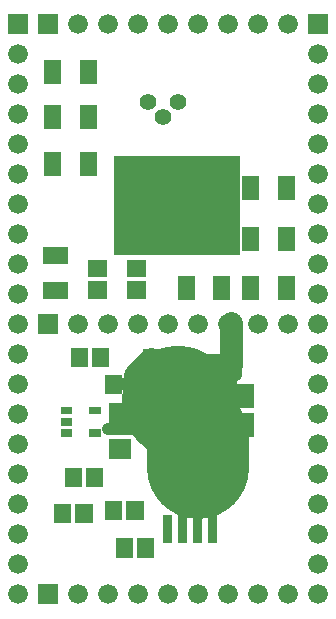
<source format=gts>
G04 start of page 6 for group -4063 idx -4063 *
G04 Title: (unknown), componentmask *
G04 Creator: pcb 20140316 *
G04 CreationDate: Fri 17 Jul 2015 04:35:12 PM GMT UTC *
G04 For: fosse *
G04 Format: Gerber/RS-274X *
G04 PCB-Dimensions (mil): 1250.00 2150.00 *
G04 PCB-Coordinate-Origin: lower left *
%MOIN*%
%FSLAX25Y25*%
%LNTOPMASK*%
%ADD61R,0.0257X0.0257*%
%ADD60R,0.0660X0.0660*%
%ADD59R,0.3300X0.3300*%
%ADD58C,0.1400*%
%ADD57C,0.3400*%
%ADD56C,0.0750*%
%ADD55C,0.0210*%
%ADD54R,0.0572X0.0572*%
%ADD53R,0.1572X0.1572*%
%ADD52C,0.0400*%
%ADD51R,0.0300X0.0300*%
%ADD50R,0.1300X0.1300*%
%ADD49C,0.0560*%
%ADD48C,0.3750*%
%ADD47C,0.1560*%
%ADD46C,0.0001*%
%ADD45C,0.0660*%
G54D45*X110500Y125500D03*
Y115500D03*
Y105500D03*
Y95500D03*
Y85500D03*
X90500Y105500D03*
X100500D03*
X110500Y175500D03*
Y165500D03*
Y155500D03*
Y145500D03*
G54D46*G36*
X107200Y208800D02*Y202200D01*
X113800D01*
Y208800D01*
X107200D01*
G37*
G54D45*X110500Y195500D03*
Y185500D03*
Y135500D03*
X90500Y205500D03*
X100500D03*
X110500Y75500D03*
Y65500D03*
Y55500D03*
Y45500D03*
Y35500D03*
Y25500D03*
Y15500D03*
X80500D03*
X90500D03*
X100500D03*
G54D46*G36*
X17200Y18800D02*Y12200D01*
X23800D01*
Y18800D01*
X17200D01*
G37*
G54D45*X30500Y15500D03*
X40500D03*
X50500D03*
X60500D03*
X70500D03*
X10500Y25500D03*
Y15500D03*
G54D46*G36*
X17200Y108800D02*Y102200D01*
X23800D01*
Y108800D01*
X17200D01*
G37*
G54D45*X30500Y105500D03*
X60500D03*
X70500D03*
X80500D03*
G54D47*X54000Y79500D03*
G54D48*X64000D03*
G54D47*X59000Y74500D03*
G54D45*X10500Y145500D03*
Y135500D03*
Y125500D03*
Y115500D03*
Y105500D03*
Y95500D03*
Y85500D03*
Y75500D03*
Y65500D03*
Y55500D03*
Y45500D03*
Y35500D03*
X40500Y105500D03*
Y205500D03*
X50500Y105500D03*
G54D46*G36*
X17200Y208800D02*Y202200D01*
X23800D01*
Y208800D01*
X17200D01*
G37*
G54D45*X30500Y205500D03*
G54D46*G36*
X7200Y208800D02*Y202200D01*
X13800D01*
Y208800D01*
X7200D01*
G37*
G54D45*X10500Y195500D03*
Y185500D03*
Y175500D03*
Y165500D03*
Y155500D03*
X50500Y205500D03*
X60500D03*
X70500D03*
X80500D03*
G54D49*X54000Y179500D03*
X64000D03*
X59000Y174500D03*
G54D50*X75500Y61000D02*Y54500D01*
G54D51*Y40500D02*Y34000D01*
G54D50*X70500Y61000D02*Y54500D01*
G54D51*X65500Y61000D02*Y54500D01*
X60500Y61000D02*Y54500D01*
G54D52*X64500Y64500D02*X65500Y63500D01*
X56500Y65000D02*X64500D01*
X65500Y63500D02*Y50000D01*
X68500Y47000D02*X78000D01*
X81000Y50000D01*
X65500D02*X68500Y47000D01*
G54D53*X74595Y73181D02*Y70819D01*
G54D54*X86405Y73181D02*Y70819D01*
G54D52*X70500Y67905D02*X74595Y72000D01*
X74604Y81500D02*Y72896D01*
G54D55*X82500Y88500D02*Y63500D01*
G54D54*X86414Y82681D02*Y80319D01*
G54D53*X74604Y82681D02*Y80319D01*
G54D52*X77500Y93500D02*X82500Y88500D01*
X69500Y93500D02*X77500D01*
G54D56*X81500Y106000D02*Y92000D01*
G54D52*X64000Y88000D02*X69500Y93500D01*
X60000Y88000D02*X64000D01*
X83070Y88540D02*X83270Y92040D01*
G54D57*X70500Y67905D02*Y57750D01*
G54D52*X64000Y79500D02*X73500Y70000D01*
G54D58*X64500D02*Y64500D01*
G54D52*X62500Y72000D02*X64500Y70000D01*
X81000Y58500D02*Y50000D01*
Y58500D02*X82500Y60000D01*
Y63500D02*Y60000D01*
G54D54*X22095Y175681D02*Y173319D01*
Y160181D02*Y157819D01*
X33905Y175681D02*Y173319D01*
Y190681D02*Y188319D01*
Y160181D02*Y157819D01*
X22095Y190681D02*Y188319D01*
X66595Y118681D02*Y116319D01*
G54D59*X59000Y145000D02*X68000D01*
G54D54*X21819Y128500D02*X24181D01*
X21819Y116690D02*X24181D01*
X36607Y124043D02*X37393D01*
X36607Y116957D02*X37393D01*
X49607Y124043D02*X50393D01*
X49607Y116957D02*X50393D01*
X88095Y118681D02*Y116319D01*
X99905Y118681D02*Y116319D01*
X78405Y118681D02*Y116319D01*
X88095Y135181D02*Y132819D01*
X99905Y135181D02*Y132819D01*
X88095Y152181D02*Y149819D01*
X99905Y152181D02*Y149819D01*
G54D60*X44000Y64000D02*X45000D01*
G54D61*X35635Y69260D02*X36816D01*
G54D52*X40500Y70500D02*X51000D01*
X54000Y79500D02*X59000Y74500D01*
X49543Y85500D02*X54000Y81043D01*
X51000Y70500D02*X56500Y65000D01*
X42457Y85500D02*X49543D01*
G54D54*X42457Y85893D02*Y85107D01*
X49543Y85893D02*Y85107D01*
G54D56*X49522Y88565D02*Y85522D01*
G54D61*X26187Y76740D02*X27368D01*
G54D54*X30957Y94893D02*Y94107D01*
X54957Y94393D02*Y93607D01*
X38043Y94893D02*Y94107D01*
G54D56*X49522Y88565D02*X54957Y94000D01*
G54D54*X62043Y94393D02*Y93607D01*
G54D52*X56500Y84500D02*X60000Y88000D01*
G54D51*X60500Y40500D02*Y34000D01*
X65500Y40500D02*Y34000D01*
X70500Y40500D02*Y34000D01*
G54D54*X45957Y31393D02*Y30607D01*
X53043Y31393D02*Y30607D01*
X28957Y54893D02*Y54107D01*
X36043Y54893D02*Y54107D01*
X25457Y42893D02*Y42107D01*
X32543Y42893D02*Y42107D01*
X42457Y43893D02*Y43107D01*
X49543Y43893D02*Y43107D01*
G54D61*X26187Y73000D02*X27368D01*
X26187Y69260D02*X27368D01*
G54D60*X44000Y76000D02*X45000D01*
G54D61*X35635Y76740D02*X36816D01*
M02*

</source>
